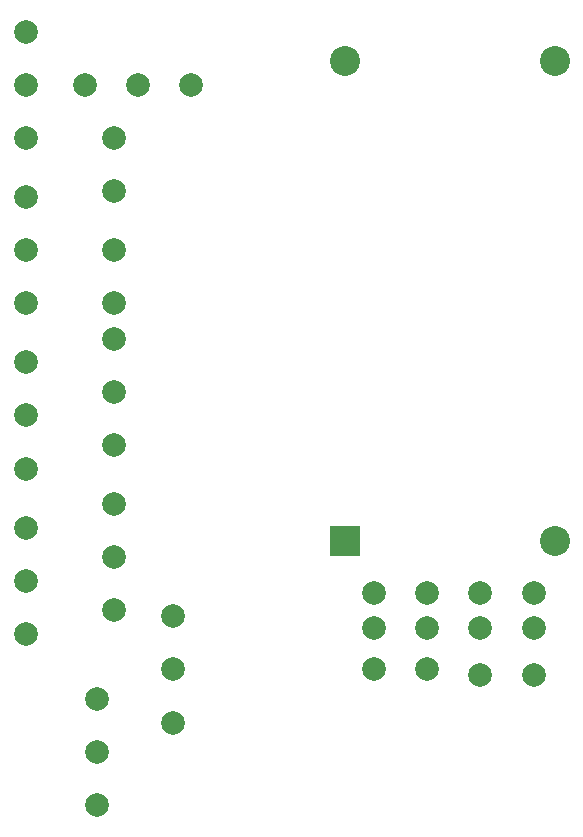
<source format=gbr>
%TF.GenerationSoftware,KiCad,Pcbnew,8.0.5*%
%TF.CreationDate,2025-07-12T21:41:08-04:00*%
%TF.ProjectId,Car,4361722e-6b69-4636-9164-5f7063625858,rev?*%
%TF.SameCoordinates,Original*%
%TF.FileFunction,Copper,L2,Bot*%
%TF.FilePolarity,Positive*%
%FSLAX46Y46*%
G04 Gerber Fmt 4.6, Leading zero omitted, Abs format (unit mm)*
G04 Created by KiCad (PCBNEW 8.0.5) date 2025-07-12 21:41:08*
%MOMM*%
%LPD*%
G01*
G04 APERTURE LIST*
%TA.AperFunction,ComponentPad*%
%ADD10C,2.540000*%
%TD*%
%TA.AperFunction,ComponentPad*%
%ADD11R,2.540000X2.540000*%
%TD*%
%TA.AperFunction,ComponentPad*%
%ADD12C,2.000000*%
%TD*%
G04 APERTURE END LIST*
D10*
%TO.P,U3,3,GND*%
%TO.N,GND*%
X58780000Y-16500000D03*
%TO.P,U3,4,Vout*%
%TO.N,+6.5V*%
X41000000Y-16500000D03*
%TO.P,U3,2,GND*%
%TO.N,GND*%
X58780000Y-57140000D03*
D11*
%TO.P,U3,1,Vin*%
%TO.N,VCC*%
X41000000Y-57140000D03*
%TD*%
D12*
%TO.P,J12,3,Pin_3*%
%TO.N,+5V*%
X20000000Y-70500000D03*
%TO.P,J12,2,Pin_2*%
%TO.N,LED2*%
X20000000Y-75000000D03*
%TO.P,J12,1,Pin_1*%
%TO.N,GND*%
X20000000Y-79500000D03*
%TD*%
%TO.P,J11,1,Pin_1*%
%TO.N,GND*%
X26500000Y-72500000D03*
%TO.P,J11,2,Pin_2*%
%TO.N,LED1*%
X26500000Y-68000000D03*
%TO.P,J11,3,Pin_3*%
%TO.N,+5V*%
X26500000Y-63500000D03*
%TD*%
%TO.P,J10,1,Pin_1*%
%TO.N,LED2*%
X14000000Y-65000000D03*
%TO.P,J10,2,Pin_2*%
%TO.N,LED1*%
X14000000Y-60500000D03*
%TO.P,J10,3,Pin_3*%
%TO.N,BA*%
X14000000Y-56000000D03*
%TO.P,J10,4,Pin_4*%
%TO.N,BB*%
X14000000Y-51000000D03*
%TO.P,J10,5,Pin_5*%
%TO.N,AA*%
X14000000Y-46500000D03*
%TO.P,J10,6,Pin_6*%
%TO.N,AB*%
X14000000Y-42000000D03*
%TO.P,J10,7,Pin_7*%
%TO.N,IN4*%
X14000000Y-37000000D03*
%TO.P,J10,8,Pin_8*%
%TO.N,IN3*%
X14000000Y-32500000D03*
%TO.P,J10,9,Pin_9*%
%TO.N,IN2*%
X14000000Y-28000000D03*
%TO.P,J10,10,Pin_10*%
%TO.N,IN1*%
X14000000Y-23000000D03*
%TO.P,J10,11,Pin_11*%
%TO.N,+5V*%
X14000000Y-18500000D03*
%TO.P,J10,12,Pin_12*%
%TO.N,GND*%
X14000000Y-14000000D03*
%TD*%
%TO.P,J9,1,Pin_1*%
%TO.N,BA*%
X21500000Y-63000000D03*
%TO.P,J9,2,Pin_2*%
%TO.N,BB*%
X21500000Y-58500000D03*
%TO.P,J9,3,Pin_3*%
%TO.N,GND*%
X21500000Y-54000000D03*
%TO.P,J9,4,Pin_4*%
%TO.N,+6.5V*%
X21500000Y-49000000D03*
%TO.P,J9,5,Pin_5*%
%TO.N,AA*%
X21500000Y-44500000D03*
%TO.P,J9,6,Pin_6*%
%TO.N,AB*%
X21500000Y-40000000D03*
%TD*%
%TO.P,J8,1,Pin_1*%
%TO.N,IN4*%
X21500000Y-37000000D03*
%TO.P,J8,2,Pin_2*%
%TO.N,IN3*%
X21500000Y-32500000D03*
%TO.P,J8,3,Pin_3*%
%TO.N,IN2*%
X21500000Y-27500000D03*
%TO.P,J8,4,Pin_4*%
%TO.N,IN1*%
X21500000Y-23000000D03*
%TD*%
%TO.P,J7,1,Pin_1*%
%TO.N,+5V*%
X19000000Y-18500000D03*
%TO.P,J7,2,Pin_2*%
%TO.N,GND*%
X23500000Y-18500000D03*
%TO.P,J7,3,Pin_3*%
%TO.N,+6.5V*%
X28000000Y-18500000D03*
%TD*%
%TO.P,J6,1,Pin_1*%
%TO.N,Net-(J1-Pin_1)*%
X43500000Y-68000000D03*
%TO.P,J6,2,Pin_2*%
%TO.N,Net-(J1-Pin_2)*%
X48000000Y-68000000D03*
%TD*%
%TO.P,J5,1,Pin_1*%
%TO.N,Net-(J3-Pin_1)*%
X52500000Y-68500000D03*
%TO.P,J5,2,Pin_2*%
%TO.N,Net-(J3-Pin_2)*%
X57000000Y-68500000D03*
%TD*%
%TO.P,J4,1,Pin_1*%
%TO.N,Net-(J3-Pin_1)*%
X52500000Y-64500000D03*
%TO.P,J4,2,Pin_2*%
%TO.N,Net-(J3-Pin_2)*%
X57000000Y-64500000D03*
%TD*%
%TO.P,J3,1,Pin_1*%
%TO.N,Net-(J3-Pin_1)*%
X52500000Y-61500000D03*
%TO.P,J3,2,Pin_2*%
%TO.N,Net-(J3-Pin_2)*%
X57000000Y-61500000D03*
%TD*%
%TO.P,J2,1,Pin_1*%
%TO.N,Net-(J1-Pin_1)*%
X43500000Y-64500000D03*
%TO.P,J2,2,Pin_2*%
%TO.N,Net-(J1-Pin_2)*%
X48000000Y-64500000D03*
%TD*%
%TO.P,J1,1,Pin_1*%
%TO.N,Net-(J1-Pin_1)*%
X43500000Y-61500000D03*
%TO.P,J1,2,Pin_2*%
%TO.N,Net-(J1-Pin_2)*%
X48000000Y-61500000D03*
%TD*%
M02*

</source>
